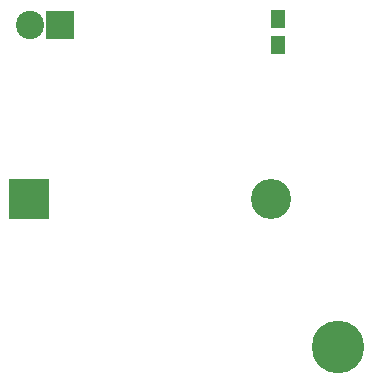
<source format=gbr>
G04 #@! TF.FileFunction,Soldermask,Top*
%FSLAX46Y46*%
G04 Gerber Fmt 4.6, Leading zero omitted, Abs format (unit mm)*
G04 Created by KiCad (PCBNEW no-vcs-found-undefined) date Sun Oct 23 13:20:11 2016*
%MOMM*%
%LPD*%
G01*
G04 APERTURE LIST*
%ADD10C,0.100000*%
%ADD11C,3.400000*%
%ADD12R,3.400000X3.400000*%
%ADD13R,2.400000X2.400000*%
%ADD14C,2.400000*%
%ADD15R,1.300000X1.600000*%
%ADD16C,4.464000*%
G04 APERTURE END LIST*
D10*
D11*
X149280001Y-89075074D03*
D12*
X128790001Y-89075074D03*
D13*
X131440000Y-74375000D03*
D14*
X128900000Y-74375000D03*
D15*
X149860000Y-76030000D03*
X149860000Y-73830000D03*
D16*
X154940000Y-101600000D03*
M02*

</source>
